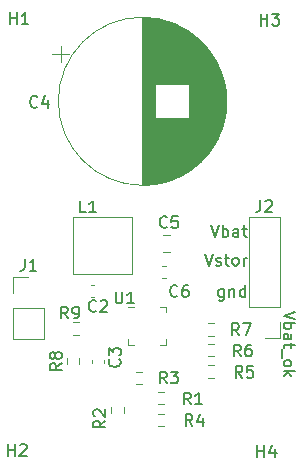
<source format=gbr>
%TF.GenerationSoftware,KiCad,Pcbnew,(5.1.10)-1*%
%TF.CreationDate,2021-09-07T14:02:49-05:00*%
%TF.ProjectId,bq25504_breakout_module,62713235-3530-4345-9f62-7265616b6f75,rev?*%
%TF.SameCoordinates,Original*%
%TF.FileFunction,Legend,Top*%
%TF.FilePolarity,Positive*%
%FSLAX46Y46*%
G04 Gerber Fmt 4.6, Leading zero omitted, Abs format (unit mm)*
G04 Created by KiCad (PCBNEW (5.1.10)-1) date 2021-09-07 14:02:49*
%MOMM*%
%LPD*%
G01*
G04 APERTURE LIST*
%ADD10C,0.150000*%
%ADD11C,0.120000*%
G04 APERTURE END LIST*
D10*
X170600619Y-98076095D02*
X169600619Y-98409428D01*
X170600619Y-98742761D01*
X169600619Y-99076095D02*
X170600619Y-99076095D01*
X170219666Y-99076095D02*
X170267285Y-99171333D01*
X170267285Y-99361809D01*
X170219666Y-99457047D01*
X170172047Y-99504666D01*
X170076809Y-99552285D01*
X169791095Y-99552285D01*
X169695857Y-99504666D01*
X169648238Y-99457047D01*
X169600619Y-99361809D01*
X169600619Y-99171333D01*
X169648238Y-99076095D01*
X169600619Y-100409428D02*
X170124428Y-100409428D01*
X170219666Y-100361809D01*
X170267285Y-100266571D01*
X170267285Y-100076095D01*
X170219666Y-99980857D01*
X169648238Y-100409428D02*
X169600619Y-100314190D01*
X169600619Y-100076095D01*
X169648238Y-99980857D01*
X169743476Y-99933238D01*
X169838714Y-99933238D01*
X169933952Y-99980857D01*
X169981571Y-100076095D01*
X169981571Y-100314190D01*
X170029190Y-100409428D01*
X170267285Y-100742761D02*
X170267285Y-101123714D01*
X170600619Y-100885619D02*
X169743476Y-100885619D01*
X169648238Y-100933238D01*
X169600619Y-101028476D01*
X169600619Y-101123714D01*
X169505380Y-101218952D02*
X169505380Y-101980857D01*
X169600619Y-102361809D02*
X169648238Y-102266571D01*
X169695857Y-102218952D01*
X169791095Y-102171333D01*
X170076809Y-102171333D01*
X170172047Y-102218952D01*
X170219666Y-102266571D01*
X170267285Y-102361809D01*
X170267285Y-102504666D01*
X170219666Y-102599904D01*
X170172047Y-102647523D01*
X170076809Y-102695142D01*
X169791095Y-102695142D01*
X169695857Y-102647523D01*
X169648238Y-102599904D01*
X169600619Y-102504666D01*
X169600619Y-102361809D01*
X169600619Y-103123714D02*
X170600619Y-103123714D01*
X169981571Y-103218952D02*
X169600619Y-103504666D01*
X170267285Y-103504666D02*
X169886333Y-103123714D01*
X164536523Y-96178714D02*
X164536523Y-96988238D01*
X164488904Y-97083476D01*
X164441285Y-97131095D01*
X164346047Y-97178714D01*
X164203190Y-97178714D01*
X164107952Y-97131095D01*
X164536523Y-96797761D02*
X164441285Y-96845380D01*
X164250809Y-96845380D01*
X164155571Y-96797761D01*
X164107952Y-96750142D01*
X164060333Y-96654904D01*
X164060333Y-96369190D01*
X164107952Y-96273952D01*
X164155571Y-96226333D01*
X164250809Y-96178714D01*
X164441285Y-96178714D01*
X164536523Y-96226333D01*
X165012714Y-96178714D02*
X165012714Y-96845380D01*
X165012714Y-96273952D02*
X165060333Y-96226333D01*
X165155571Y-96178714D01*
X165298428Y-96178714D01*
X165393666Y-96226333D01*
X165441285Y-96321571D01*
X165441285Y-96845380D01*
X166346047Y-96845380D02*
X166346047Y-95845380D01*
X166346047Y-96797761D02*
X166250809Y-96845380D01*
X166060333Y-96845380D01*
X165965095Y-96797761D01*
X165917476Y-96750142D01*
X165869857Y-96654904D01*
X165869857Y-96369190D01*
X165917476Y-96273952D01*
X165965095Y-96226333D01*
X166060333Y-96178714D01*
X166250809Y-96178714D01*
X166346047Y-96226333D01*
X162933285Y-93178380D02*
X163266619Y-94178380D01*
X163599952Y-93178380D01*
X163885666Y-94130761D02*
X163980904Y-94178380D01*
X164171380Y-94178380D01*
X164266619Y-94130761D01*
X164314238Y-94035523D01*
X164314238Y-93987904D01*
X164266619Y-93892666D01*
X164171380Y-93845047D01*
X164028523Y-93845047D01*
X163933285Y-93797428D01*
X163885666Y-93702190D01*
X163885666Y-93654571D01*
X163933285Y-93559333D01*
X164028523Y-93511714D01*
X164171380Y-93511714D01*
X164266619Y-93559333D01*
X164599952Y-93511714D02*
X164980904Y-93511714D01*
X164742809Y-93178380D02*
X164742809Y-94035523D01*
X164790428Y-94130761D01*
X164885666Y-94178380D01*
X164980904Y-94178380D01*
X165457095Y-94178380D02*
X165361857Y-94130761D01*
X165314238Y-94083142D01*
X165266619Y-93987904D01*
X165266619Y-93702190D01*
X165314238Y-93606952D01*
X165361857Y-93559333D01*
X165457095Y-93511714D01*
X165599952Y-93511714D01*
X165695190Y-93559333D01*
X165742809Y-93606952D01*
X165790428Y-93702190D01*
X165790428Y-93987904D01*
X165742809Y-94083142D01*
X165695190Y-94130761D01*
X165599952Y-94178380D01*
X165457095Y-94178380D01*
X166219000Y-94178380D02*
X166219000Y-93511714D01*
X166219000Y-93702190D02*
X166266619Y-93606952D01*
X166314238Y-93559333D01*
X166409476Y-93511714D01*
X166504714Y-93511714D01*
X163449190Y-90765380D02*
X163782523Y-91765380D01*
X164115857Y-90765380D01*
X164449190Y-91765380D02*
X164449190Y-90765380D01*
X164449190Y-91146333D02*
X164544428Y-91098714D01*
X164734904Y-91098714D01*
X164830142Y-91146333D01*
X164877761Y-91193952D01*
X164925380Y-91289190D01*
X164925380Y-91574904D01*
X164877761Y-91670142D01*
X164830142Y-91717761D01*
X164734904Y-91765380D01*
X164544428Y-91765380D01*
X164449190Y-91717761D01*
X165782523Y-91765380D02*
X165782523Y-91241571D01*
X165734904Y-91146333D01*
X165639666Y-91098714D01*
X165449190Y-91098714D01*
X165353952Y-91146333D01*
X165782523Y-91717761D02*
X165687285Y-91765380D01*
X165449190Y-91765380D01*
X165353952Y-91717761D01*
X165306333Y-91622523D01*
X165306333Y-91527285D01*
X165353952Y-91432047D01*
X165449190Y-91384428D01*
X165687285Y-91384428D01*
X165782523Y-91336809D01*
X166115857Y-91098714D02*
X166496809Y-91098714D01*
X166258714Y-90765380D02*
X166258714Y-91622523D01*
X166306333Y-91717761D01*
X166401571Y-91765380D01*
X166496809Y-91765380D01*
D11*
%TO.C,U1*%
X159175225Y-97660000D02*
X159650225Y-97660000D01*
X159650225Y-97660000D02*
X159650225Y-98135000D01*
X156905225Y-100880000D02*
X156430225Y-100880000D01*
X156430225Y-100880000D02*
X156430225Y-100405000D01*
X159175225Y-100880000D02*
X159650225Y-100880000D01*
X159650225Y-100880000D02*
X159650225Y-100405000D01*
X156905225Y-97660000D02*
X156430225Y-97660000D01*
%TO.C,R9*%
X151766176Y-100039700D02*
X152275624Y-100039700D01*
X151766176Y-98994700D02*
X152275624Y-98994700D01*
%TO.C,R8*%
X151267900Y-102542424D02*
X151267900Y-102032976D01*
X152312900Y-102542424D02*
X152312900Y-102032976D01*
%TO.C,R7*%
X163170776Y-99070900D02*
X163680224Y-99070900D01*
X163170776Y-100115900D02*
X163680224Y-100115900D01*
%TO.C,R6*%
X163170776Y-100823500D02*
X163680224Y-100823500D01*
X163170776Y-101868500D02*
X163680224Y-101868500D01*
%TO.C,R5*%
X163170776Y-102626900D02*
X163680224Y-102626900D01*
X163170776Y-103671900D02*
X163680224Y-103671900D01*
%TO.C,R4*%
X159512724Y-107786700D02*
X159003276Y-107786700D01*
X159512724Y-106741700D02*
X159003276Y-106741700D01*
%TO.C,R3*%
X159003276Y-104887500D02*
X159512724Y-104887500D01*
X159003276Y-105932500D02*
X159512724Y-105932500D01*
%TO.C,R2*%
X156072100Y-106118576D02*
X156072100Y-106628024D01*
X155027100Y-106118576D02*
X155027100Y-106628024D01*
%TO.C,R1*%
X157609624Y-104205300D02*
X157100176Y-104205300D01*
X157609624Y-103160300D02*
X157100176Y-103160300D01*
%TO.C,L1*%
X151802000Y-90106800D02*
X156802000Y-90106800D01*
X156802000Y-90106800D02*
X156802000Y-94906800D01*
X156802000Y-94906800D02*
X151802000Y-94906800D01*
X151802000Y-94906800D02*
X151802000Y-90106800D01*
%TO.C,J2*%
X169330000Y-90050000D02*
X166670000Y-90050000D01*
X169330000Y-97730000D02*
X169330000Y-90050000D01*
X166670000Y-97730000D02*
X166670000Y-90050000D01*
X169330000Y-97730000D02*
X166670000Y-97730000D01*
X169330000Y-99000000D02*
X169330000Y-100330000D01*
X169330000Y-100330000D02*
X168000000Y-100330000D01*
%TO.C,J1*%
X146670000Y-100370000D02*
X149330000Y-100370000D01*
X146670000Y-97770000D02*
X146670000Y-100370000D01*
X149330000Y-97770000D02*
X149330000Y-100370000D01*
X146670000Y-97770000D02*
X149330000Y-97770000D01*
X146670000Y-96500000D02*
X146670000Y-95170000D01*
X146670000Y-95170000D02*
X148000000Y-95170000D01*
%TO.C,C6*%
X159316033Y-94206600D02*
X159608567Y-94206600D01*
X159316033Y-95226600D02*
X159608567Y-95226600D01*
%TO.C,C5*%
X159432448Y-91568600D02*
X159954952Y-91568600D01*
X159432448Y-93038600D02*
X159954952Y-93038600D01*
%TO.C,C4*%
X164767000Y-80264000D02*
G75*
G03*
X164767000Y-80264000I-7120000J0D01*
G01*
X157647000Y-73184000D02*
X157647000Y-87344000D01*
X157687000Y-73184000D02*
X157687000Y-87344000D01*
X157727000Y-73184000D02*
X157727000Y-87344000D01*
X157767000Y-73185000D02*
X157767000Y-87343000D01*
X157807000Y-73185000D02*
X157807000Y-87343000D01*
X157847000Y-73186000D02*
X157847000Y-87342000D01*
X157887000Y-73188000D02*
X157887000Y-87340000D01*
X157927000Y-73189000D02*
X157927000Y-87339000D01*
X157967000Y-73191000D02*
X157967000Y-87337000D01*
X158007000Y-73193000D02*
X158007000Y-87335000D01*
X158047000Y-73195000D02*
X158047000Y-87333000D01*
X158087000Y-73197000D02*
X158087000Y-87331000D01*
X158127000Y-73200000D02*
X158127000Y-87328000D01*
X158167000Y-73203000D02*
X158167000Y-87325000D01*
X158207000Y-73206000D02*
X158207000Y-87322000D01*
X158247000Y-73209000D02*
X158247000Y-87319000D01*
X158287000Y-73212000D02*
X158287000Y-87316000D01*
X158327000Y-73216000D02*
X158327000Y-87312000D01*
X158368000Y-73220000D02*
X158368000Y-87308000D01*
X158408000Y-73224000D02*
X158408000Y-87304000D01*
X158448000Y-73229000D02*
X158448000Y-87299000D01*
X158488000Y-73233000D02*
X158488000Y-87295000D01*
X158528000Y-73238000D02*
X158528000Y-87290000D01*
X158568000Y-73243000D02*
X158568000Y-87285000D01*
X158608000Y-73249000D02*
X158608000Y-87279000D01*
X158648000Y-73254000D02*
X158648000Y-87274000D01*
X158688000Y-73260000D02*
X158688000Y-87268000D01*
X158728000Y-73266000D02*
X158728000Y-78824000D01*
X158728000Y-81704000D02*
X158728000Y-87262000D01*
X158768000Y-73272000D02*
X158768000Y-78824000D01*
X158768000Y-81704000D02*
X158768000Y-87256000D01*
X158808000Y-73279000D02*
X158808000Y-78824000D01*
X158808000Y-81704000D02*
X158808000Y-87249000D01*
X158848000Y-73285000D02*
X158848000Y-78824000D01*
X158848000Y-81704000D02*
X158848000Y-87243000D01*
X158888000Y-73292000D02*
X158888000Y-78824000D01*
X158888000Y-81704000D02*
X158888000Y-87236000D01*
X158928000Y-73300000D02*
X158928000Y-78824000D01*
X158928000Y-81704000D02*
X158928000Y-87228000D01*
X158968000Y-73307000D02*
X158968000Y-78824000D01*
X158968000Y-81704000D02*
X158968000Y-87221000D01*
X159008000Y-73315000D02*
X159008000Y-78824000D01*
X159008000Y-81704000D02*
X159008000Y-87213000D01*
X159048000Y-73322000D02*
X159048000Y-78824000D01*
X159048000Y-81704000D02*
X159048000Y-87206000D01*
X159088000Y-73331000D02*
X159088000Y-78824000D01*
X159088000Y-81704000D02*
X159088000Y-87197000D01*
X159128000Y-73339000D02*
X159128000Y-78824000D01*
X159128000Y-81704000D02*
X159128000Y-87189000D01*
X159168000Y-73348000D02*
X159168000Y-78824000D01*
X159168000Y-81704000D02*
X159168000Y-87180000D01*
X159208000Y-73357000D02*
X159208000Y-78824000D01*
X159208000Y-81704000D02*
X159208000Y-87171000D01*
X159248000Y-73366000D02*
X159248000Y-78824000D01*
X159248000Y-81704000D02*
X159248000Y-87162000D01*
X159288000Y-73375000D02*
X159288000Y-78824000D01*
X159288000Y-81704000D02*
X159288000Y-87153000D01*
X159328000Y-73385000D02*
X159328000Y-78824000D01*
X159328000Y-81704000D02*
X159328000Y-87143000D01*
X159368000Y-73394000D02*
X159368000Y-78824000D01*
X159368000Y-81704000D02*
X159368000Y-87134000D01*
X159408000Y-73404000D02*
X159408000Y-78824000D01*
X159408000Y-81704000D02*
X159408000Y-87124000D01*
X159448000Y-73415000D02*
X159448000Y-78824000D01*
X159448000Y-81704000D02*
X159448000Y-87113000D01*
X159488000Y-73425000D02*
X159488000Y-78824000D01*
X159488000Y-81704000D02*
X159488000Y-87103000D01*
X159528000Y-73436000D02*
X159528000Y-78824000D01*
X159528000Y-81704000D02*
X159528000Y-87092000D01*
X159568000Y-73447000D02*
X159568000Y-78824000D01*
X159568000Y-81704000D02*
X159568000Y-87081000D01*
X159608000Y-73459000D02*
X159608000Y-78824000D01*
X159608000Y-81704000D02*
X159608000Y-87069000D01*
X159648000Y-73470000D02*
X159648000Y-78824000D01*
X159648000Y-81704000D02*
X159648000Y-87058000D01*
X159688000Y-73482000D02*
X159688000Y-78824000D01*
X159688000Y-81704000D02*
X159688000Y-87046000D01*
X159728000Y-73494000D02*
X159728000Y-78824000D01*
X159728000Y-81704000D02*
X159728000Y-87034000D01*
X159768000Y-73506000D02*
X159768000Y-78824000D01*
X159768000Y-81704000D02*
X159768000Y-87022000D01*
X159808000Y-73519000D02*
X159808000Y-78824000D01*
X159808000Y-81704000D02*
X159808000Y-87009000D01*
X159848000Y-73532000D02*
X159848000Y-78824000D01*
X159848000Y-81704000D02*
X159848000Y-86996000D01*
X159888000Y-73545000D02*
X159888000Y-78824000D01*
X159888000Y-81704000D02*
X159888000Y-86983000D01*
X159928000Y-73558000D02*
X159928000Y-78824000D01*
X159928000Y-81704000D02*
X159928000Y-86970000D01*
X159968000Y-73572000D02*
X159968000Y-78824000D01*
X159968000Y-81704000D02*
X159968000Y-86956000D01*
X160008000Y-73586000D02*
X160008000Y-78824000D01*
X160008000Y-81704000D02*
X160008000Y-86942000D01*
X160048000Y-73600000D02*
X160048000Y-78824000D01*
X160048000Y-81704000D02*
X160048000Y-86928000D01*
X160088000Y-73615000D02*
X160088000Y-78824000D01*
X160088000Y-81704000D02*
X160088000Y-86913000D01*
X160128000Y-73629000D02*
X160128000Y-78824000D01*
X160128000Y-81704000D02*
X160128000Y-86899000D01*
X160168000Y-73644000D02*
X160168000Y-78824000D01*
X160168000Y-81704000D02*
X160168000Y-86884000D01*
X160208000Y-73660000D02*
X160208000Y-78824000D01*
X160208000Y-81704000D02*
X160208000Y-86868000D01*
X160248000Y-73675000D02*
X160248000Y-78824000D01*
X160248000Y-81704000D02*
X160248000Y-86853000D01*
X160288000Y-73691000D02*
X160288000Y-78824000D01*
X160288000Y-81704000D02*
X160288000Y-86837000D01*
X160328000Y-73707000D02*
X160328000Y-78824000D01*
X160328000Y-81704000D02*
X160328000Y-86821000D01*
X160368000Y-73724000D02*
X160368000Y-78824000D01*
X160368000Y-81704000D02*
X160368000Y-86804000D01*
X160408000Y-73740000D02*
X160408000Y-78824000D01*
X160408000Y-81704000D02*
X160408000Y-86788000D01*
X160448000Y-73757000D02*
X160448000Y-78824000D01*
X160448000Y-81704000D02*
X160448000Y-86771000D01*
X160488000Y-73774000D02*
X160488000Y-78824000D01*
X160488000Y-81704000D02*
X160488000Y-86754000D01*
X160528000Y-73792000D02*
X160528000Y-78824000D01*
X160528000Y-81704000D02*
X160528000Y-86736000D01*
X160568000Y-73810000D02*
X160568000Y-78824000D01*
X160568000Y-81704000D02*
X160568000Y-86718000D01*
X160608000Y-73828000D02*
X160608000Y-78824000D01*
X160608000Y-81704000D02*
X160608000Y-86700000D01*
X160648000Y-73846000D02*
X160648000Y-78824000D01*
X160648000Y-81704000D02*
X160648000Y-86682000D01*
X160688000Y-73865000D02*
X160688000Y-78824000D01*
X160688000Y-81704000D02*
X160688000Y-86663000D01*
X160728000Y-73884000D02*
X160728000Y-78824000D01*
X160728000Y-81704000D02*
X160728000Y-86644000D01*
X160768000Y-73904000D02*
X160768000Y-78824000D01*
X160768000Y-81704000D02*
X160768000Y-86624000D01*
X160808000Y-73923000D02*
X160808000Y-78824000D01*
X160808000Y-81704000D02*
X160808000Y-86605000D01*
X160848000Y-73943000D02*
X160848000Y-78824000D01*
X160848000Y-81704000D02*
X160848000Y-86585000D01*
X160888000Y-73963000D02*
X160888000Y-78824000D01*
X160888000Y-81704000D02*
X160888000Y-86565000D01*
X160928000Y-73984000D02*
X160928000Y-78824000D01*
X160928000Y-81704000D02*
X160928000Y-86544000D01*
X160968000Y-74005000D02*
X160968000Y-78824000D01*
X160968000Y-81704000D02*
X160968000Y-86523000D01*
X161008000Y-74026000D02*
X161008000Y-78824000D01*
X161008000Y-81704000D02*
X161008000Y-86502000D01*
X161048000Y-74048000D02*
X161048000Y-78824000D01*
X161048000Y-81704000D02*
X161048000Y-86480000D01*
X161088000Y-74070000D02*
X161088000Y-78824000D01*
X161088000Y-81704000D02*
X161088000Y-86458000D01*
X161128000Y-74092000D02*
X161128000Y-78824000D01*
X161128000Y-81704000D02*
X161128000Y-86436000D01*
X161168000Y-74114000D02*
X161168000Y-78824000D01*
X161168000Y-81704000D02*
X161168000Y-86414000D01*
X161208000Y-74137000D02*
X161208000Y-78824000D01*
X161208000Y-81704000D02*
X161208000Y-86391000D01*
X161248000Y-74161000D02*
X161248000Y-78824000D01*
X161248000Y-81704000D02*
X161248000Y-86367000D01*
X161288000Y-74184000D02*
X161288000Y-78824000D01*
X161288000Y-81704000D02*
X161288000Y-86344000D01*
X161328000Y-74208000D02*
X161328000Y-78824000D01*
X161328000Y-81704000D02*
X161328000Y-86320000D01*
X161368000Y-74233000D02*
X161368000Y-78824000D01*
X161368000Y-81704000D02*
X161368000Y-86295000D01*
X161408000Y-74257000D02*
X161408000Y-78824000D01*
X161408000Y-81704000D02*
X161408000Y-86271000D01*
X161448000Y-74282000D02*
X161448000Y-78824000D01*
X161448000Y-81704000D02*
X161448000Y-86246000D01*
X161488000Y-74308000D02*
X161488000Y-78824000D01*
X161488000Y-81704000D02*
X161488000Y-86220000D01*
X161528000Y-74334000D02*
X161528000Y-78824000D01*
X161528000Y-81704000D02*
X161528000Y-86194000D01*
X161568000Y-74360000D02*
X161568000Y-78824000D01*
X161568000Y-81704000D02*
X161568000Y-86168000D01*
X161608000Y-74386000D02*
X161608000Y-86142000D01*
X161648000Y-74413000D02*
X161648000Y-86115000D01*
X161688000Y-74441000D02*
X161688000Y-86087000D01*
X161728000Y-74468000D02*
X161728000Y-86060000D01*
X161768000Y-74497000D02*
X161768000Y-86031000D01*
X161808000Y-74525000D02*
X161808000Y-86003000D01*
X161848000Y-74554000D02*
X161848000Y-85974000D01*
X161888000Y-74584000D02*
X161888000Y-85944000D01*
X161928000Y-74614000D02*
X161928000Y-85914000D01*
X161968000Y-74644000D02*
X161968000Y-85884000D01*
X162008000Y-74675000D02*
X162008000Y-85853000D01*
X162048000Y-74706000D02*
X162048000Y-85822000D01*
X162088000Y-74737000D02*
X162088000Y-85791000D01*
X162128000Y-74770000D02*
X162128000Y-85758000D01*
X162168000Y-74802000D02*
X162168000Y-85726000D01*
X162208000Y-74835000D02*
X162208000Y-85693000D01*
X162248000Y-74869000D02*
X162248000Y-85659000D01*
X162288000Y-74903000D02*
X162288000Y-85625000D01*
X162328000Y-74938000D02*
X162328000Y-85590000D01*
X162368000Y-74973000D02*
X162368000Y-85555000D01*
X162408000Y-75009000D02*
X162408000Y-85519000D01*
X162448000Y-75045000D02*
X162448000Y-85483000D01*
X162488000Y-75082000D02*
X162488000Y-85446000D01*
X162528000Y-75119000D02*
X162528000Y-85409000D01*
X162568000Y-75157000D02*
X162568000Y-85371000D01*
X162608000Y-75195000D02*
X162608000Y-85333000D01*
X162648000Y-75235000D02*
X162648000Y-85293000D01*
X162688000Y-75274000D02*
X162688000Y-85254000D01*
X162728000Y-75315000D02*
X162728000Y-85213000D01*
X162768000Y-75356000D02*
X162768000Y-85172000D01*
X162808000Y-75398000D02*
X162808000Y-85130000D01*
X162848000Y-75440000D02*
X162848000Y-85088000D01*
X162888000Y-75483000D02*
X162888000Y-85045000D01*
X162928000Y-75527000D02*
X162928000Y-85001000D01*
X162968000Y-75571000D02*
X162968000Y-84957000D01*
X163008000Y-75617000D02*
X163008000Y-84911000D01*
X163048000Y-75663000D02*
X163048000Y-84865000D01*
X163088000Y-75710000D02*
X163088000Y-84818000D01*
X163128000Y-75758000D02*
X163128000Y-84770000D01*
X163168000Y-75806000D02*
X163168000Y-84722000D01*
X163208000Y-75856000D02*
X163208000Y-84672000D01*
X163248000Y-75906000D02*
X163248000Y-84622000D01*
X163288000Y-75958000D02*
X163288000Y-84570000D01*
X163328000Y-76010000D02*
X163328000Y-84518000D01*
X163368000Y-76064000D02*
X163368000Y-84464000D01*
X163408000Y-76118000D02*
X163408000Y-84410000D01*
X163448000Y-76174000D02*
X163448000Y-84354000D01*
X163488000Y-76231000D02*
X163488000Y-84297000D01*
X163528000Y-76289000D02*
X163528000Y-84239000D01*
X163568000Y-76348000D02*
X163568000Y-84180000D01*
X163608000Y-76408000D02*
X163608000Y-84120000D01*
X163648000Y-76470000D02*
X163648000Y-84058000D01*
X163688000Y-76534000D02*
X163688000Y-83994000D01*
X163728000Y-76598000D02*
X163728000Y-83930000D01*
X163768000Y-76665000D02*
X163768000Y-83863000D01*
X163808000Y-76733000D02*
X163808000Y-83795000D01*
X163848000Y-76803000D02*
X163848000Y-83725000D01*
X163888000Y-76875000D02*
X163888000Y-83653000D01*
X163928000Y-76949000D02*
X163928000Y-83579000D01*
X163968000Y-77024000D02*
X163968000Y-83504000D01*
X164008000Y-77103000D02*
X164008000Y-83425000D01*
X164048000Y-77184000D02*
X164048000Y-83344000D01*
X164088000Y-77267000D02*
X164088000Y-83261000D01*
X164128000Y-77353000D02*
X164128000Y-83175000D01*
X164168000Y-77443000D02*
X164168000Y-83085000D01*
X164208000Y-77536000D02*
X164208000Y-82992000D01*
X164248000Y-77632000D02*
X164248000Y-82896000D01*
X164288000Y-77734000D02*
X164288000Y-82794000D01*
X164328000Y-77839000D02*
X164328000Y-82689000D01*
X164368000Y-77951000D02*
X164368000Y-82577000D01*
X164408000Y-78068000D02*
X164408000Y-82460000D01*
X164448000Y-78193000D02*
X164448000Y-82335000D01*
X164488000Y-78326000D02*
X164488000Y-82202000D01*
X164528000Y-78470000D02*
X164528000Y-82058000D01*
X164568000Y-78628000D02*
X164568000Y-81900000D01*
X164608000Y-78803000D02*
X164608000Y-81725000D01*
X164648000Y-79002000D02*
X164648000Y-81526000D01*
X164688000Y-79239000D02*
X164688000Y-81289000D01*
X164728000Y-79550000D02*
X164728000Y-80978000D01*
X150027457Y-76269000D02*
X151427457Y-76269000D01*
X150727457Y-75569000D02*
X150727457Y-76969000D01*
%TO.C,C3*%
X154383200Y-102141433D02*
X154383200Y-102433967D01*
X153363200Y-102141433D02*
X153363200Y-102433967D01*
%TO.C,C2*%
X153270833Y-95806800D02*
X153563367Y-95806800D01*
X153270833Y-96826800D02*
X153563367Y-96826800D01*
%TO.C,H4*%
D10*
X167386095Y-110383580D02*
X167386095Y-109383580D01*
X167386095Y-109859771D02*
X167957523Y-109859771D01*
X167957523Y-110383580D02*
X167957523Y-109383580D01*
X168862285Y-109716914D02*
X168862285Y-110383580D01*
X168624190Y-109335961D02*
X168386095Y-110050247D01*
X169005142Y-110050247D01*
%TO.C,H3*%
X167665495Y-73858380D02*
X167665495Y-72858380D01*
X167665495Y-73334571D02*
X168236923Y-73334571D01*
X168236923Y-73858380D02*
X168236923Y-72858380D01*
X168617876Y-72858380D02*
X169236923Y-72858380D01*
X168903590Y-73239333D01*
X169046447Y-73239333D01*
X169141685Y-73286952D01*
X169189304Y-73334571D01*
X169236923Y-73429809D01*
X169236923Y-73667904D01*
X169189304Y-73763142D01*
X169141685Y-73810761D01*
X169046447Y-73858380D01*
X168760733Y-73858380D01*
X168665495Y-73810761D01*
X168617876Y-73763142D01*
%TO.C,H2*%
X146278695Y-110307380D02*
X146278695Y-109307380D01*
X146278695Y-109783571D02*
X146850123Y-109783571D01*
X146850123Y-110307380D02*
X146850123Y-109307380D01*
X147278695Y-109402619D02*
X147326314Y-109355000D01*
X147421552Y-109307380D01*
X147659647Y-109307380D01*
X147754885Y-109355000D01*
X147802504Y-109402619D01*
X147850123Y-109497857D01*
X147850123Y-109593095D01*
X147802504Y-109735952D01*
X147231076Y-110307380D01*
X147850123Y-110307380D01*
%TO.C,H1*%
X146431095Y-73731380D02*
X146431095Y-72731380D01*
X146431095Y-73207571D02*
X147002523Y-73207571D01*
X147002523Y-73731380D02*
X147002523Y-72731380D01*
X148002523Y-73731380D02*
X147431095Y-73731380D01*
X147716809Y-73731380D02*
X147716809Y-72731380D01*
X147621571Y-72874238D01*
X147526333Y-72969476D01*
X147431095Y-73017095D01*
%TO.C,U1*%
X155371895Y-96378780D02*
X155371895Y-97188304D01*
X155419514Y-97283542D01*
X155467133Y-97331161D01*
X155562371Y-97378780D01*
X155752847Y-97378780D01*
X155848085Y-97331161D01*
X155895704Y-97283542D01*
X155943323Y-97188304D01*
X155943323Y-96378780D01*
X156943323Y-97378780D02*
X156371895Y-97378780D01*
X156657609Y-97378780D02*
X156657609Y-96378780D01*
X156562371Y-96521638D01*
X156467133Y-96616876D01*
X156371895Y-96664495D01*
%TO.C,R9*%
X151344333Y-98648780D02*
X151011000Y-98172590D01*
X150772904Y-98648780D02*
X150772904Y-97648780D01*
X151153857Y-97648780D01*
X151249095Y-97696400D01*
X151296714Y-97744019D01*
X151344333Y-97839257D01*
X151344333Y-97982114D01*
X151296714Y-98077352D01*
X151249095Y-98124971D01*
X151153857Y-98172590D01*
X150772904Y-98172590D01*
X151820523Y-98648780D02*
X152011000Y-98648780D01*
X152106238Y-98601161D01*
X152153857Y-98553542D01*
X152249095Y-98410685D01*
X152296714Y-98220209D01*
X152296714Y-97839257D01*
X152249095Y-97744019D01*
X152201476Y-97696400D01*
X152106238Y-97648780D01*
X151915761Y-97648780D01*
X151820523Y-97696400D01*
X151772904Y-97744019D01*
X151725285Y-97839257D01*
X151725285Y-98077352D01*
X151772904Y-98172590D01*
X151820523Y-98220209D01*
X151915761Y-98267828D01*
X152106238Y-98267828D01*
X152201476Y-98220209D01*
X152249095Y-98172590D01*
X152296714Y-98077352D01*
%TO.C,R8*%
X150812780Y-102454366D02*
X150336590Y-102787700D01*
X150812780Y-103025795D02*
X149812780Y-103025795D01*
X149812780Y-102644842D01*
X149860400Y-102549604D01*
X149908019Y-102501985D01*
X150003257Y-102454366D01*
X150146114Y-102454366D01*
X150241352Y-102501985D01*
X150288971Y-102549604D01*
X150336590Y-102644842D01*
X150336590Y-103025795D01*
X150241352Y-101882938D02*
X150193733Y-101978176D01*
X150146114Y-102025795D01*
X150050876Y-102073414D01*
X150003257Y-102073414D01*
X149908019Y-102025795D01*
X149860400Y-101978176D01*
X149812780Y-101882938D01*
X149812780Y-101692461D01*
X149860400Y-101597223D01*
X149908019Y-101549604D01*
X150003257Y-101501985D01*
X150050876Y-101501985D01*
X150146114Y-101549604D01*
X150193733Y-101597223D01*
X150241352Y-101692461D01*
X150241352Y-101882938D01*
X150288971Y-101978176D01*
X150336590Y-102025795D01*
X150431828Y-102073414D01*
X150622304Y-102073414D01*
X150717542Y-102025795D01*
X150765161Y-101978176D01*
X150812780Y-101882938D01*
X150812780Y-101692461D01*
X150765161Y-101597223D01*
X150717542Y-101549604D01*
X150622304Y-101501985D01*
X150431828Y-101501985D01*
X150336590Y-101549604D01*
X150288971Y-101597223D01*
X150241352Y-101692461D01*
%TO.C,R7*%
X165822333Y-100071180D02*
X165489000Y-99594990D01*
X165250904Y-100071180D02*
X165250904Y-99071180D01*
X165631857Y-99071180D01*
X165727095Y-99118800D01*
X165774714Y-99166419D01*
X165822333Y-99261657D01*
X165822333Y-99404514D01*
X165774714Y-99499752D01*
X165727095Y-99547371D01*
X165631857Y-99594990D01*
X165250904Y-99594990D01*
X166155666Y-99071180D02*
X166822333Y-99071180D01*
X166393761Y-100071180D01*
%TO.C,R6*%
X165974733Y-101874580D02*
X165641400Y-101398390D01*
X165403304Y-101874580D02*
X165403304Y-100874580D01*
X165784257Y-100874580D01*
X165879495Y-100922200D01*
X165927114Y-100969819D01*
X165974733Y-101065057D01*
X165974733Y-101207914D01*
X165927114Y-101303152D01*
X165879495Y-101350771D01*
X165784257Y-101398390D01*
X165403304Y-101398390D01*
X166831876Y-100874580D02*
X166641400Y-100874580D01*
X166546161Y-100922200D01*
X166498542Y-100969819D01*
X166403304Y-101112676D01*
X166355685Y-101303152D01*
X166355685Y-101684104D01*
X166403304Y-101779342D01*
X166450923Y-101826961D01*
X166546161Y-101874580D01*
X166736638Y-101874580D01*
X166831876Y-101826961D01*
X166879495Y-101779342D01*
X166927114Y-101684104D01*
X166927114Y-101446009D01*
X166879495Y-101350771D01*
X166831876Y-101303152D01*
X166736638Y-101255533D01*
X166546161Y-101255533D01*
X166450923Y-101303152D01*
X166403304Y-101350771D01*
X166355685Y-101446009D01*
%TO.C,R5*%
X166101733Y-103677980D02*
X165768400Y-103201790D01*
X165530304Y-103677980D02*
X165530304Y-102677980D01*
X165911257Y-102677980D01*
X166006495Y-102725600D01*
X166054114Y-102773219D01*
X166101733Y-102868457D01*
X166101733Y-103011314D01*
X166054114Y-103106552D01*
X166006495Y-103154171D01*
X165911257Y-103201790D01*
X165530304Y-103201790D01*
X167006495Y-102677980D02*
X166530304Y-102677980D01*
X166482685Y-103154171D01*
X166530304Y-103106552D01*
X166625542Y-103058933D01*
X166863638Y-103058933D01*
X166958876Y-103106552D01*
X167006495Y-103154171D01*
X167054114Y-103249409D01*
X167054114Y-103487504D01*
X167006495Y-103582742D01*
X166958876Y-103630361D01*
X166863638Y-103677980D01*
X166625542Y-103677980D01*
X166530304Y-103630361D01*
X166482685Y-103582742D01*
%TO.C,R4*%
X161885333Y-107767380D02*
X161552000Y-107291190D01*
X161313904Y-107767380D02*
X161313904Y-106767380D01*
X161694857Y-106767380D01*
X161790095Y-106815000D01*
X161837714Y-106862619D01*
X161885333Y-106957857D01*
X161885333Y-107100714D01*
X161837714Y-107195952D01*
X161790095Y-107243571D01*
X161694857Y-107291190D01*
X161313904Y-107291190D01*
X162742476Y-107100714D02*
X162742476Y-107767380D01*
X162504380Y-106719761D02*
X162266285Y-107434047D01*
X162885333Y-107434047D01*
%TO.C,R3*%
X159700933Y-104160580D02*
X159367600Y-103684390D01*
X159129504Y-104160580D02*
X159129504Y-103160580D01*
X159510457Y-103160580D01*
X159605695Y-103208200D01*
X159653314Y-103255819D01*
X159700933Y-103351057D01*
X159700933Y-103493914D01*
X159653314Y-103589152D01*
X159605695Y-103636771D01*
X159510457Y-103684390D01*
X159129504Y-103684390D01*
X160034266Y-103160580D02*
X160653314Y-103160580D01*
X160319980Y-103541533D01*
X160462838Y-103541533D01*
X160558076Y-103589152D01*
X160605695Y-103636771D01*
X160653314Y-103732009D01*
X160653314Y-103970104D01*
X160605695Y-104065342D01*
X160558076Y-104112961D01*
X160462838Y-104160580D01*
X160177123Y-104160580D01*
X160081885Y-104112961D01*
X160034266Y-104065342D01*
%TO.C,R2*%
X154503380Y-107303866D02*
X154027190Y-107637200D01*
X154503380Y-107875295D02*
X153503380Y-107875295D01*
X153503380Y-107494342D01*
X153551000Y-107399104D01*
X153598619Y-107351485D01*
X153693857Y-107303866D01*
X153836714Y-107303866D01*
X153931952Y-107351485D01*
X153979571Y-107399104D01*
X154027190Y-107494342D01*
X154027190Y-107875295D01*
X153598619Y-106922914D02*
X153551000Y-106875295D01*
X153503380Y-106780057D01*
X153503380Y-106541961D01*
X153551000Y-106446723D01*
X153598619Y-106399104D01*
X153693857Y-106351485D01*
X153789095Y-106351485D01*
X153931952Y-106399104D01*
X154503380Y-106970533D01*
X154503380Y-106351485D01*
%TO.C,R1*%
X161732933Y-105938580D02*
X161399600Y-105462390D01*
X161161504Y-105938580D02*
X161161504Y-104938580D01*
X161542457Y-104938580D01*
X161637695Y-104986200D01*
X161685314Y-105033819D01*
X161732933Y-105129057D01*
X161732933Y-105271914D01*
X161685314Y-105367152D01*
X161637695Y-105414771D01*
X161542457Y-105462390D01*
X161161504Y-105462390D01*
X162685314Y-105938580D02*
X162113885Y-105938580D01*
X162399600Y-105938580D02*
X162399600Y-104938580D01*
X162304361Y-105081438D01*
X162209123Y-105176676D01*
X162113885Y-105224295D01*
%TO.C,L1*%
X152868333Y-89682580D02*
X152392142Y-89682580D01*
X152392142Y-88682580D01*
X153725476Y-89682580D02*
X153154047Y-89682580D01*
X153439761Y-89682580D02*
X153439761Y-88682580D01*
X153344523Y-88825438D01*
X153249285Y-88920676D01*
X153154047Y-88968295D01*
%TO.C,J2*%
X167636866Y-88631780D02*
X167636866Y-89346066D01*
X167589247Y-89488923D01*
X167494009Y-89584161D01*
X167351152Y-89631780D01*
X167255914Y-89631780D01*
X168065438Y-88727019D02*
X168113057Y-88679400D01*
X168208295Y-88631780D01*
X168446390Y-88631780D01*
X168541628Y-88679400D01*
X168589247Y-88727019D01*
X168636866Y-88822257D01*
X168636866Y-88917495D01*
X168589247Y-89060352D01*
X168017819Y-89631780D01*
X168636866Y-89631780D01*
%TO.C,J1*%
X147666666Y-93622380D02*
X147666666Y-94336666D01*
X147619047Y-94479523D01*
X147523809Y-94574761D01*
X147380952Y-94622380D01*
X147285714Y-94622380D01*
X148666666Y-94622380D02*
X148095238Y-94622380D01*
X148380952Y-94622380D02*
X148380952Y-93622380D01*
X148285714Y-93765238D01*
X148190476Y-93860476D01*
X148095238Y-93908095D01*
%TO.C,C6*%
X160615333Y-96750142D02*
X160567714Y-96797761D01*
X160424857Y-96845380D01*
X160329619Y-96845380D01*
X160186761Y-96797761D01*
X160091523Y-96702523D01*
X160043904Y-96607285D01*
X159996285Y-96416809D01*
X159996285Y-96273952D01*
X160043904Y-96083476D01*
X160091523Y-95988238D01*
X160186761Y-95893000D01*
X160329619Y-95845380D01*
X160424857Y-95845380D01*
X160567714Y-95893000D01*
X160615333Y-95940619D01*
X161472476Y-95845380D02*
X161282000Y-95845380D01*
X161186761Y-95893000D01*
X161139142Y-95940619D01*
X161043904Y-96083476D01*
X160996285Y-96273952D01*
X160996285Y-96654904D01*
X161043904Y-96750142D01*
X161091523Y-96797761D01*
X161186761Y-96845380D01*
X161377238Y-96845380D01*
X161472476Y-96797761D01*
X161520095Y-96750142D01*
X161567714Y-96654904D01*
X161567714Y-96416809D01*
X161520095Y-96321571D01*
X161472476Y-96273952D01*
X161377238Y-96226333D01*
X161186761Y-96226333D01*
X161091523Y-96273952D01*
X161043904Y-96321571D01*
X160996285Y-96416809D01*
%TO.C,C5*%
X159726333Y-90908142D02*
X159678714Y-90955761D01*
X159535857Y-91003380D01*
X159440619Y-91003380D01*
X159297761Y-90955761D01*
X159202523Y-90860523D01*
X159154904Y-90765285D01*
X159107285Y-90574809D01*
X159107285Y-90431952D01*
X159154904Y-90241476D01*
X159202523Y-90146238D01*
X159297761Y-90051000D01*
X159440619Y-90003380D01*
X159535857Y-90003380D01*
X159678714Y-90051000D01*
X159726333Y-90098619D01*
X160631095Y-90003380D02*
X160154904Y-90003380D01*
X160107285Y-90479571D01*
X160154904Y-90431952D01*
X160250142Y-90384333D01*
X160488238Y-90384333D01*
X160583476Y-90431952D01*
X160631095Y-90479571D01*
X160678714Y-90574809D01*
X160678714Y-90812904D01*
X160631095Y-90908142D01*
X160583476Y-90955761D01*
X160488238Y-91003380D01*
X160250142Y-91003380D01*
X160154904Y-90955761D01*
X160107285Y-90908142D01*
%TO.C,C4*%
X148757333Y-80722742D02*
X148709714Y-80770361D01*
X148566857Y-80817980D01*
X148471619Y-80817980D01*
X148328761Y-80770361D01*
X148233523Y-80675123D01*
X148185904Y-80579885D01*
X148138285Y-80389409D01*
X148138285Y-80246552D01*
X148185904Y-80056076D01*
X148233523Y-79960838D01*
X148328761Y-79865600D01*
X148471619Y-79817980D01*
X148566857Y-79817980D01*
X148709714Y-79865600D01*
X148757333Y-79913219D01*
X149614476Y-80151314D02*
X149614476Y-80817980D01*
X149376380Y-79770361D02*
X149138285Y-80484647D01*
X149757333Y-80484647D01*
%TO.C,C3*%
X155703542Y-102122266D02*
X155751161Y-102169885D01*
X155798780Y-102312742D01*
X155798780Y-102407980D01*
X155751161Y-102550838D01*
X155655923Y-102646076D01*
X155560685Y-102693695D01*
X155370209Y-102741314D01*
X155227352Y-102741314D01*
X155036876Y-102693695D01*
X154941638Y-102646076D01*
X154846400Y-102550838D01*
X154798780Y-102407980D01*
X154798780Y-102312742D01*
X154846400Y-102169885D01*
X154894019Y-102122266D01*
X154798780Y-101788933D02*
X154798780Y-101169885D01*
X155179733Y-101503219D01*
X155179733Y-101360361D01*
X155227352Y-101265123D01*
X155274971Y-101217504D01*
X155370209Y-101169885D01*
X155608304Y-101169885D01*
X155703542Y-101217504D01*
X155751161Y-101265123D01*
X155798780Y-101360361D01*
X155798780Y-101646076D01*
X155751161Y-101741314D01*
X155703542Y-101788933D01*
%TO.C,C2*%
X153731933Y-98020142D02*
X153684314Y-98067761D01*
X153541457Y-98115380D01*
X153446219Y-98115380D01*
X153303361Y-98067761D01*
X153208123Y-97972523D01*
X153160504Y-97877285D01*
X153112885Y-97686809D01*
X153112885Y-97543952D01*
X153160504Y-97353476D01*
X153208123Y-97258238D01*
X153303361Y-97163000D01*
X153446219Y-97115380D01*
X153541457Y-97115380D01*
X153684314Y-97163000D01*
X153731933Y-97210619D01*
X154112885Y-97210619D02*
X154160504Y-97163000D01*
X154255742Y-97115380D01*
X154493838Y-97115380D01*
X154589076Y-97163000D01*
X154636695Y-97210619D01*
X154684314Y-97305857D01*
X154684314Y-97401095D01*
X154636695Y-97543952D01*
X154065266Y-98115380D01*
X154684314Y-98115380D01*
%TD*%
M02*

</source>
